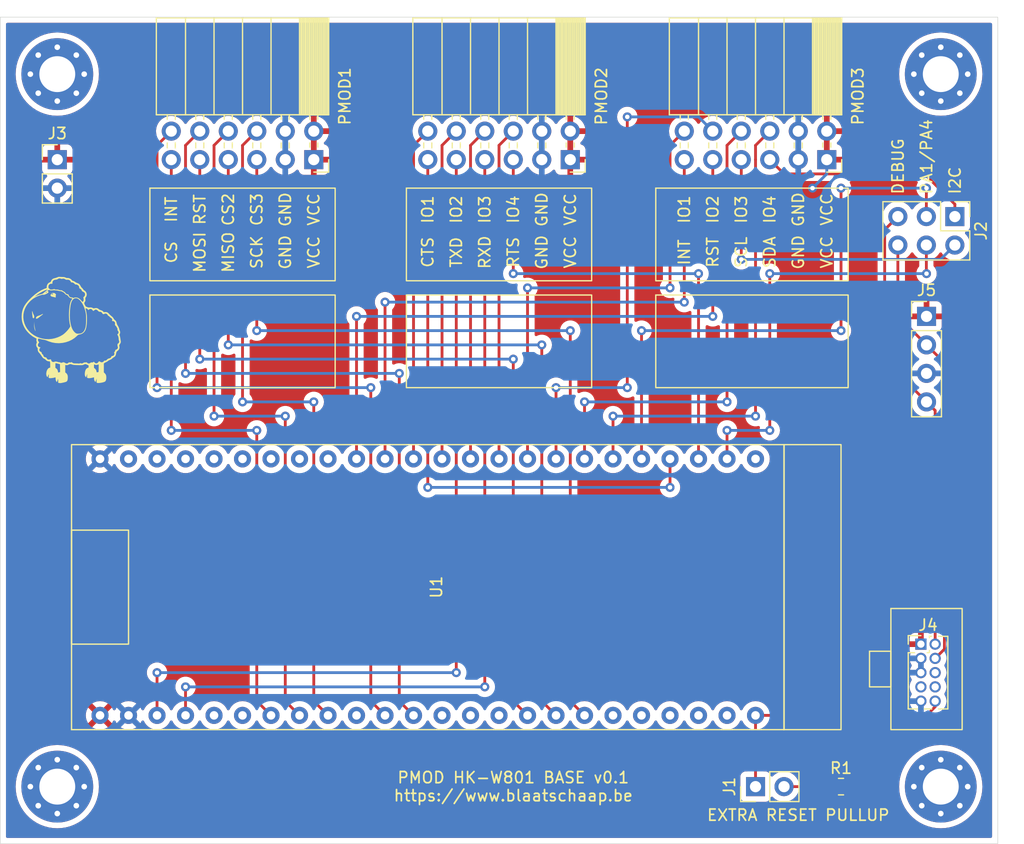
<source format=kicad_pcb>
(kicad_pcb (version 20211014) (generator pcbnew)
  (layers (0 "F.Cu" signal) (31 "B.Cu" signal) (34 "B.Paste" user "B.Plakken") (35 "F.Paste" user "F.Plakken") (36 "B.SilkS" user "B.Silkscreen") (37 "F.SilkS" user "F.Silkscreen") (38 "B.Mask" user) (39 "F.Mask" user "F. masker") (44 "Edge.Cuts" user))
  (net 0 "")
  (net 1 "GND")
  (net 2 "PMOD_UART_GPIO4")
  (net 3 "PMOD_UART_GPIO3")
  (net 4 "PMOD_UART_GPIO2_RESET")
  (net 5 "PMOD_UART_GPIO1_INT")
  (net 6 "PMOD_UART_RTS")
  (net 7 "PMOD_UART_RXD")
  (net 8 "PMOD_UART_TXD")
  (net 9 "PMOD_UART_CTS")
  (net 10 "VCC")
  (net 11 "PMOD_SPI_SCK")
  (net 12 "PMOD_SPI_MOSI")
  (net 13 "PMOD_SPI_MISO")
  (net 14 "PMOD_SPI_GPIO4_CS3")
  (net 15 "PMOD_SPI_GPIO3_CS2")
  (net 16 "PMOD_SPI_GPIO2_RESET")
  (net 17 "PMOD_SPI_GPIO1_INT")
  (net 18 "PMOD_SPI_CS")
  (net 19 "PMOD_I2C_SDA")
  (net 20 "PMOD_I2C_SCL")
  (net 21 "PMOD_I2C_RESET")
  (net 22 "PMOD_I2C_INT")
  (net 23 "PMOD_I2C_GPIO4")
  (net 24 "PMOD_I2C_GPIO3")
  (net 25 "PMOD_I2C_GPIO2")
  (net 26 "PMOD_I2C_GPIO1")
  (net 31 "PA4")
  (net 32 "PA1")
  (net 38 "Net-(J1-Pad2)")
  (net 52 "TMS")
  (net 53 "TCK")
  (net 54 "~{RST}")
  (footprint "Connector_PinSocket_2.54mm:PinSocket_2x06_P2.54mm_Horizontal" (layer "F.Cu") (at 96.52 30.48 -90)
    (fp_text reference "PMOD2" (at -5.65 -2.77 90) (layer "F.SilkS"))
    (fp_text value "Conn_02x06_Odd_Even")
    (pad "1" thru_hole rect (at 0 0 270) (size 1.7 1.7) (drill 1) (layers *.Cu *.Mask) (net 10 "VCC"))
    (pad "2" thru_hole oval (at -2.54 0 270) (size 1.7 1.7) (drill 1) (layers *.Cu *.Mask) (net 10 "VCC"))
    (pad "3" thru_hole oval (at 0 2.54 270) (size 1.7 1.7) (drill 1) (layers *.Cu *.Mask) (net 1 "GND"))
    (pad "4" thru_hole oval (at -2.54 2.54 270) (size 1.7 1.7) (drill 1) (layers *.Cu *.Mask) (net 1 "GND"))
    (pad "5" thru_hole oval (at 0 5.08 270) (size 1.7 1.7) (drill 1) (layers *.Cu *.Mask) (net 6 "PMOD_UART_RTS"))
    (pad "6" thru_hole oval (at -2.54 5.08 270) (size 1.7 1.7) (drill 1) (layers *.Cu *.Mask) (net 2 "PMOD_UART_GPIO4"))
    (pad "7" thru_hole oval (at 0 7.62 270) (size 1.7 1.7) (drill 1) (layers *.Cu *.Mask) (net 7 "PMOD_UART_RXD"))
    (pad "8" thru_hole oval (at -2.54 7.62 270) (size 1.7 1.7) (drill 1) (layers *.Cu *.Mask) (net 3 "PMOD_UART_GPIO3"))
    (pad "9" thru_hole oval (at 0 10.16 270) (size 1.7 1.7) (drill 1) (layers *.Cu *.Mask) (net 8 "PMOD_UART_TXD"))
    (pad "10" thru_hole oval (at -2.54 10.16 270) (size 1.7 1.7) (drill 1) (layers *.Cu *.Mask) (net 4 "PMOD_UART_GPIO2_RESET"))
    (pad "11" thru_hole oval (at 0 12.7 270) (size 1.7 1.7) (drill 1) (layers *.Cu *.Mask) (net 9 "PMOD_UART_CTS"))
    (pad "12" thru_hole oval (at -2.54 12.7 270) (size 1.7 1.7) (drill 1) (layers *.Cu *.Mask) (net 5 "PMOD_UART_GPIO1_INT"))
  )
  (footprint "Connector_PinSocket_2.54mm:PinSocket_2x06_P2.54mm_Horizontal" (layer "F.Cu") (at 119.38 30.48 -90)
    (fp_text reference "PMOD3" (at -5.65 -2.77 90) (layer "F.SilkS"))
    (fp_text value "Conn_02x06_Odd_Even")
    (pad "1" thru_hole rect (at 0 0 270) (size 1.7 1.7) (drill 1) (layers *.Cu *.Mask) (net 10 "VCC"))
    (pad "2" thru_hole oval (at -2.54 0 270) (size 1.7 1.7) (drill 1) (layers *.Cu *.Mask) (net 10 "VCC"))
    (pad "3" thru_hole oval (at 0 2.54 270) (size 1.7 1.7) (drill 1) (layers *.Cu *.Mask) (net 1 "GND"))
    (pad "4" thru_hole oval (at -2.54 2.54 270) (size 1.7 1.7) (drill 1) (layers *.Cu *.Mask) (net 1 "GND"))
    (pad "5" thru_hole oval (at 0 5.08 270) (size 1.7 1.7) (drill 1) (layers *.Cu *.Mask) (net 19 "PMOD_I2C_SDA"))
    (pad "6" thru_hole oval (at -2.54 5.08 270) (size 1.7 1.7) (drill 1) (layers *.Cu *.Mask) (net 23 "PMOD_I2C_GPIO4"))
    (pad "7" thru_hole oval (at 0 7.62 270) (size 1.7 1.7) (drill 1) (layers *.Cu *.Mask) (net 20 "PMOD_I2C_SCL"))
    (pad "8" thru_hole oval (at -2.54 7.62 270) (size 1.7 1.7) (drill 1) (layers *.Cu *.Mask) (net 24 "PMOD_I2C_GPIO3"))
    (pad "9" thru_hole oval (at 0 10.16 270) (size 1.7 1.7) (drill 1) (layers *.Cu *.Mask) (net 21 "PMOD_I2C_RESET"))
    (pad "10" thru_hole oval (at -2.54 10.16 270) (size 1.7 1.7) (drill 1) (layers *.Cu *.Mask) (net 25 "PMOD_I2C_GPIO2"))
    (pad "11" thru_hole oval (at 0 12.7 270) (size 1.7 1.7) (drill 1) (layers *.Cu *.Mask) (net 22 "PMOD_I2C_INT"))
    (pad "12" thru_hole oval (at -2.54 12.7 270) (size 1.7 1.7) (drill 1) (layers *.Cu *.Mask) (net 26 "PMOD_I2C_GPIO1"))
  )
  (footprint "Connector_PinSocket_2.54mm:PinSocket_2x06_P2.54mm_Horizontal" (layer "F.Cu") (at 73.66 30.48 -90)
    (fp_text reference "PMOD1" (at -5.65 -2.77 90) (layer "F.SilkS"))
    (fp_text value "Conn_02x06_Odd_Even")
    (pad "1" thru_hole rect (at 0 0 270) (size 1.7 1.7) (drill 1) (layers *.Cu *.Mask) (net 10 "VCC"))
    (pad "2" thru_hole oval (at -2.54 0 270) (size 1.7 1.7) (drill 1) (layers *.Cu *.Mask) (net 10 "VCC"))
    (pad "3" thru_hole oval (at 0 2.54 270) (size 1.7 1.7) (drill 1) (layers *.Cu *.Mask) (net 1 "GND"))
    (pad "4" thru_hole oval (at -2.54 2.54 270) (size 1.7 1.7) (drill 1) (layers *.Cu *.Mask) (net 1 "GND"))
    (pad "5" thru_hole oval (at 0 5.08 270) (size 1.7 1.7) (drill 1) (layers *.Cu *.Mask) (net 11 "PMOD_SPI_SCK"))
    (pad "6" thru_hole oval (at -2.54 5.08 270) (size 1.7 1.7) (drill 1) (layers *.Cu *.Mask) (net 14 "PMOD_SPI_GPIO4_CS3"))
    (pad "7" thru_hole oval (at 0 7.62 270) (size 1.7 1.7) (drill 1) (layers *.Cu *.Mask) (net 13 "PMOD_SPI_MISO"))
    (pad "8" thru_hole oval (at -2.54 7.62 270) (size 1.7 1.7) (drill 1) (layers *.Cu *.Mask) (net 15 "PMOD_SPI_GPIO3_CS2"))
    (pad "9" thru_hole oval (at 0 10.16 270) (size 1.7 1.7) (drill 1) (layers *.Cu *.Mask) (net 12 "PMOD_SPI_MOSI"))
    (pad "10" thru_hole oval (at -2.54 10.16 270) (size 1.7 1.7) (drill 1) (layers *.Cu *.Mask) (net 16 "PMOD_SPI_GPIO2_RESET"))
    (pad "11" thru_hole oval (at 0 12.7 270) (size 1.7 1.7) (drill 1) (layers *.Cu *.Mask) (net 18 "PMOD_SPI_CS"))
    (pad "12" thru_hole oval (at -2.54 12.7 270) (size 1.7 1.7) (drill 1) (layers *.Cu *.Mask) (net 17 "PMOD_SPI_GPIO1_INT"))
  )
  (footprint "MountingHole:MountingHole_3.2mm_M3_Pad_Via" (layer "F.Cu") (at 50.8 86.36)
    (fp_text reference "H3" hide)
    (fp_text value "~")
    (pad "1" thru_hole circle (at 1.697056 1.697056) (size 0.8 0.8) (drill 0.5) (layers *.Cu *.Mask))
    (pad "1" thru_hole circle (at -1.697056 -1.697056) (size 0.8 0.8) (drill 0.5) (layers *.Cu *.Mask))
    (pad "1" thru_hole circle (at 0 -2.4) (size 0.8 0.8) (drill 0.5) (layers *.Cu *.Mask))
    (pad "1" thru_hole circle (at -2.4 0) (size 0.8 0.8) (drill 0.5) (layers *.Cu *.Mask))
    (pad "1" thru_hole circle (at 1.697056 -1.697056) (size 0.8 0.8) (drill 0.5) (layers *.Cu *.Mask))
    (pad "1" thru_hole circle (at -1.697056 1.697056) (size 0.8 0.8) (drill 0.5) (layers *.Cu *.Mask))
    (pad "1" thru_hole circle (at 2.4 0) (size 0.8 0.8) (drill 0.5) (layers *.Cu *.Mask))
    (pad "1" thru_hole circle (at 0 0) (size 6.4 6.4) (drill 3.2) (layers *.Cu *.Mask))
    (pad "1" thru_hole circle (at 0 2.4) (size 0.8 0.8) (drill 0.5) (layers *.Cu *.Mask))
  )
  (footprint "MountingHole:MountingHole_3.2mm_M3_Pad_Via" (layer "F.Cu") (at 50.8 22.86)
    (fp_text reference "H1" hide)
    (fp_text value "~")
    (pad "1" thru_hole circle (at 0 -2.4) (size 0.8 0.8) (drill 0.5) (layers *.Cu *.Mask))
    (pad "1" thru_hole circle (at 1.697056 1.697056) (size 0.8 0.8) (drill 0.5) (layers *.Cu *.Mask))
    (pad "1" thru_hole circle (at 0 2.4) (size 0.8 0.8) (drill 0.5) (layers *.Cu *.Mask))
    (pad "1" thru_hole circle (at 2.4 0) (size 0.8 0.8) (drill 0.5) (layers *.Cu *.Mask))
    (pad "1" thru_hole circle (at -2.4 0) (size 0.8 0.8) (drill 0.5) (layers *.Cu *.Mask))
    (pad "1" thru_hole circle (at 1.697056 -1.697056) (size 0.8 0.8) (drill 0.5) (layers *.Cu *.Mask))
    (pad "1" thru_hole circle (at -1.697056 1.697056) (size 0.8 0.8) (drill 0.5) (layers *.Cu *.Mask))
    (pad "1" thru_hole circle (at 0 0) (size 6.4 6.4) (drill 3.2) (layers *.Cu *.Mask))
    (pad "1" thru_hole circle (at -1.697056 -1.697056) (size 0.8 0.8) (drill 0.5) (layers *.Cu *.Mask))
  )
  (footprint "Connector_PinHeader_2.54mm:PinHeader_2x03_P2.54mm_Vertical" (layer "F.Cu") (at 130.795 35.555 -90)
    (fp_text reference "J2" (at 1.27 -2.33 90) (layer "F.SilkS"))
    (fp_text value "Conn_02x03_Odd_Even")
    (pad "1" thru_hole rect (at 0 0 270) (size 1.7 1.7) (drill 1) (layers *.Cu *.Mask) (net 19 "PMOD_I2C_SDA"))
    (pad "2" thru_hole oval (at 2.54 0 270) (size 1.7 1.7) (drill 1) (layers *.Cu *.Mask) (net 20 "PMOD_I2C_SCL"))
    (pad "3" thru_hole oval (at 0 2.54 270) (size 1.7 1.7) (drill 1) (layers *.Cu *.Mask) (net 31 "PA4"))
    (pad "4" thru_hole oval (at 2.54 2.54 270) (size 1.7 1.7) (drill 1) (layers *.Cu *.Mask) (net 32 "PA1"))
    (pad "5" thru_hole oval (at 0 5.08 270) (size 1.7 1.7) (drill 1) (layers *.Cu *.Mask) (net 52 "TMS"))
    (pad "6" thru_hole oval (at 2.54 5.08 270) (size 1.7 1.7) (drill 1) (layers *.Cu *.Mask) (net 53 "TCK"))
  )
  (footprint "Resistor_SMD:R_0805_2012Metric_Pad1.20x1.40mm_HandSolder" (layer "F.Cu") (at 120.65 86.36)
    (fp_text reference "R1" (at 0 -1.65) (layer "F.SilkS"))
    (fp_text value "680R")
    (pad "1" smd roundrect (at -1 0) (size 1.2 1.4) (layers "F.Cu" "F.Paste" "F.Mask") (roundrect_rratio 0.2083333333) (net 38 "Net-(J1-Pad2)"))
    (pad "2" smd roundrect (at 1 0) (size 1.2 1.4) (layers "F.Cu" "F.Paste" "F.Mask") (roundrect_rratio 0.2083333333) (net 10 "VCC"))
  )
  (footprint "MountingHole:MountingHole_3.2mm_M3_Pad_Via" (layer "F.Cu") (at 129.54 86.36)
    (fp_text reference "H4" hide)
    (fp_text value "~")
    (pad "1" thru_hole circle (at 1.697056 -1.697056) (size 0.8 0.8) (drill 0.5) (layers *.Cu *.Mask))
    (pad "1" thru_hole circle (at -1.697056 1.697056) (size 0.8 0.8) (drill 0.5) (layers *.Cu *.Mask))
    (pad "1" thru_hole circle (at 0 0) (size 6.4 6.4) (drill 3.2) (layers *.Cu *.Mask))
    (pad "1" thru_hole circle (at -2.4 0) (size 0.8 0.8) (drill 0.5) (layers *.Cu *.Mask))
    (pad "1" thru_hole circle (at 0 2.4) (size 0.8 0.8) (drill 0.5) (layers *.Cu *.Mask))
    (pad "1" thru_hole circle (at 1.697056 1.697056) (size 0.8 0.8) (drill 0.5) (layers *.Cu *.Mask))
    (pad "1" thru_hole circle (at -1.697056 -1.697056) (size 0.8 0.8) (drill 0.5) (layers *.Cu *.Mask))
    (pad "1" thru_hole circle (at 2.4 0) (size 0.8 0.8) (drill 0.5) (layers *.Cu *.Mask))
    (pad "1" thru_hole circle (at 0 -2.4) (size 0.8 0.8) (drill 0.5) (layers *.Cu *.Mask))
  )
  (footprint "Connector_PinHeader_2.54mm:PinHeader_1x04_P2.54mm_Vertical" (layer "F.Cu") (at 128.27 44.45)
    (fp_text reference "J5" (at 0 -2.33) (layer "F.SilkS"))
    (fp_text value "Conn_01x04")
    (pad "1" thru_hole rect (at 0 0) (size 1.7 1.7) (drill 1) (layers *.Cu *.Mask) (net 10 "VCC"))
    (pad "2" thru_hole oval (at 0 2.54) (size 1.7 1.7) (drill 1) (layers *.Cu *.Mask) (net 53 "TCK"))
    (pad "3" thru_hole oval (at 0 5.08) (size 1.7 1.7) (drill 1) (layers *.Cu *.Mask) (net 1 "GND"))
    (pad "4" thru_hole oval (at 0 7.62) (size 1.7 1.7) (drill 1) (layers *.Cu *.Mask) (net 52 "TMS"))
  )
  (footprint "AvS_Logos:bs10" (layer "F.Cu") (at 52.07 45.72)
    (fp_text reference "G***" hide)
    (fp_text value "LOGO" hide)
  )
  (footprint "Connector_PinHeader_2.54mm:PinHeader_1x02_P2.54mm_Vertical" (layer "F.Cu") (at 113.03 86.36 90)
    (fp_text reference "J1" (at 0 -2.33 90) (layer "F.SilkS"))
    (fp_text value "Conn_02x01")
    (pad "1" thru_hole rect (at 0 0 90) (size 1.7 1.7) (drill 1) (layers *.Cu *.Mask) (net 54 "~{RST}"))
    (pad "2" thru_hole oval (at 0 2.54 90) (size 1.7 1.7) (drill 1) (layers *.Cu *.Mask) (net 38 "Net-(J1-Pad2)"))
  )
  (footprint "MountingHole:MountingHole_3.2mm_M3_Pad_Via" (layer "F.Cu") (at 129.54 22.86)
    (fp_text reference "H2" hide)
    (fp_text value "~")
    (pad "1" thru_hole circle (at 1.697056 -1.697056) (size 0.8 0.8) (drill 0.5) (layers *.Cu *.Mask))
    (pad "1" thru_hole circle (at 1.697056 1.697056) (size 0.8 0.8) (drill 0.5) (layers *.Cu *.Mask))
    (pad "1" thru_hole circle (at -1.697056 -1.697056) (size 0.8 0.8) (drill 0.5) (layers *.Cu *.Mask))
    (pad "1" thru_hole circle (at 0 0) (size 6.4 6.4) (drill 3.2) (layers *.Cu *.Mask))
    (pad "1" thru_hole circle (at 0 2.4) (size 0.8 0.8) (drill 0.5) (layers *.Cu *.Mask))
    (pad "1" thru_hole circle (at 2.4 0) (size 0.8 0.8) (drill 0.5) (layers *.Cu *.Mask))
    (pad "1" thru_hole circle (at 0 -2.4) (size 0.8 0.8) (drill 0.5) (layers *.Cu *.Mask))
    (pad "1" thru_hole circle (at -2.4 0) (size 0.8 0.8) (drill 0.5) (layers *.Cu *.Mask))
    (pad "1" thru_hole circle (at -1.697056 1.697056) (size 0.8 0.8) (drill 0.5) (layers *.Cu *.Mask))
  )
  (footprint "Connector_PinHeader_1.27mm:PinHeader_2x05_P1.27mm_Vertical" (layer "F.Cu") (at 127.77 73.66)
    (fp_text reference "J4" (at 0.635 -1.695) (layer "F.SilkS"))
    (fp_text value "Conn_02x05_Odd_Even")
    (pad "1" thru_hole rect (at 0 0) (size 1 1) (drill 0.65) (layers *.Cu *.Mask) (net 10 "VCC"))
    (pad "2" thru_hole oval (at 1.27 0) (size 1 1) (drill 0.65) (layers *.Cu *.Mask) (net 52 "TMS"))
    (pad "3" thru_hole oval (at 0 1.27) (size 1 1) (drill 0.65) (layers *.Cu *.Mask) (net 1 "GND"))
    (pad "4" thru_hole oval (at 1.27 1.27) (size 1 1) (drill 0.65) (layers *.Cu *.Mask) (net 53 "TCK"))
    (pad "5" thru_hole oval (at 0 2.54) (size 1 1) (drill 0.65) (layers *.Cu *.Mask) (net 1 "GND"))
    (pad "6" thru_hole oval (at 1.27 2.54) (size 1 1) (drill 0.65) (layers *.Cu *.Mask))
    (pad "7" thru_hole oval (at 0 3.81) (size 1 1) (drill 0.65) (layers *.Cu *.Mask))
    (pad "8" thru_hole oval (at 1.27 3.81) (size 1 1) (drill 0.65) (layers *.Cu *.Mask))
    (pad "9" thru_hole oval (at 0 5.08) (size 1 1) (drill 0.65) (layers *.Cu *.Mask) (net 1 "GND"))
    (pad "10" thru_hole oval (at 1.27 5.08) (size 1 1) (drill 0.65) (layers *.Cu *.Mask) (net 54 "~{RST}"))
  )
  (footprint "Connector_PinHeader_2.54mm:PinHeader_1x02_P2.54mm_Vertical" (layer "F.Cu") (at 50.8 30.48)
    (fp_text reference "J3" (at 0 -2.33) (layer "F.SilkS"))
    (fp_text value "~")
    (pad "1" thru_hole rect (at 0 0) (size 1.7 1.7) (drill 1) (layers *.Cu *.Mask) (net 10 "VCC"))
    (pad "2" thru_hole oval (at 0 2.54) (size 1.7 1.7) (drill 1) (layers *.Cu *.Mask) (net 1 "GND"))
  )
  (footprint "AvS_CoreBoards:HK-W80x" (layer "F.Cu") (at 85.09 68.58 90)
    (fp_text reference "U1" (at 0 -0.5 90 unlocked) (layer "F.SilkS"))
    (fp_text value "HK-W801")
    (pad "1" thru_hole circle (at -11.43 -30.48 90) (size 1.524 1.524) (drill 0.762) (layers *.Cu *.Mask) (net 10 "VCC"))
    (pad "2" thru_hole circle (at -11.43 -27.94 90) (size 1.524 1.524) (drill 0.762) (layers *.Cu *.Mask) (net 1 "GND"))
    (pad "3" thru_hole circle (at -11.43 -25.4 90) (size 1.524 1.524) (drill 0.762) (layers *.Cu *.Mask) (net 8 "PMOD_UART_TXD"))
    (pad "4" thru_hole circle (at -11.43 -22.86 90) (size 1.524 1.524) (drill 0.762) (layers *.Cu *.Mask) (net 7 "PMOD_UART_RXD"))
    (pad "5" thru_hole circle (at -11.43 -20.32 90) (size 1.524 1.524) (drill 0.762) (layers *.Cu *.Mask))
    (pad "6" thru_hole circle (at -11.43 -17.78 90) (size 1.524 1.524) (drill 0.762) (layers *.Cu *.Mask))
    (pad "7" thru_hole circle (at -11.43 -15.24 90) (size 1.524 1.524) (drill 0.762) (layers *.Cu *.Mask) (net 18 "PMOD_SPI_CS"))
    (pad "8" thru_hole circle (at -11.43 -12.7 90) (size 1.524 1.524) (drill 0.762) (layers *.Cu *.Mask) (net 15 "PMOD_SPI_GPIO3_CS2"))
    (pad "9" thru_hole circle (at -11.43 -10.16 90) (size 1.524 1.524) (drill 0.762) (layers *.Cu *.Mask) (net 14 "PMOD_SPI_GPIO4_CS3"))
    (pad "10" thru_hole circle (at -11.43 -7.62 90) (size 1.524 1.524) (drill 0.762) (layers *.Cu *.Mask))
    (pad "11" thru_hole circle (at -11.43 -5.08 90) (size 1.524 1.524) (drill 0.762) (layers *.Cu *.Mask) (net 17 "PMOD_SPI_GPIO1_INT"))
    (pad "12" thru_hole circle (at -11.43 -2.54 90) (size 1.524 1.524) (drill 0.762) (layers *.Cu *.Mask) (net 16 "PMOD_SPI_GPIO2_RESET"))
    (pad "13" thru_hole circle (at -11.43 0 90) (size 1.524 1.524) (drill 0.762) (layers *.Cu *.Mask))
    (pad "14" thru_hole circle (at -11.43 2.54 90) (size 1.524 1.524) (drill 0.762) (layers *.Cu *.Mask))
    (pad "15" thru_hole circle (at -11.43 5.08 90) (size 1.524 1.524) (drill 0.762) (layers *.Cu *.Mask))
    (pad "16" thru_hole circle (at -11.43 7.62 90) (size 1.524 1.524) (drill 0.762) (layers *.Cu *.Mask) (net 12 "PMOD_SPI_MOSI"))
    (pad "17" thru_hole circle (at -11.43 10.16 90) (size 1.524 1.524) (drill 0.762) (layers *.Cu *.Mask) (net 13 "PMOD_SPI_MISO"))
    (pad "18" thru_hole circle (at -11.43 12.7 90) (size 1.524 1.524) (drill 0.762) (layers *.Cu *.Mask) (net 11 "PMOD_SPI_SCK"))
    (pad "19" thru_hole circle (at -11.43 15.24 90) (size 1.524 1.524) (drill 0.762) (layers *.Cu *.Mask))
    (pad "20" thru_hole circle (at -11.43 17.78 90) (size 1.524 1.524) (drill 0.762) (layers *.Cu *.Mask))
    (pad "21" thru_hole circle (at -11.43 20.32 90) (size 1.524 1.524) (drill 0.762) (layers *.Cu *.Mask))
    (pad "22" thru_hole circle (at -11.43 22.86 90) (size 1.524 1.524) (drill 0.762) (layers *.Cu *.Mask))
    (pad "23" thru_hole circle (at -11.43 25.4 90) (size 1.524 1.524) (drill 0.762) (layers *.Cu *.Mask))
    (pad "24" thru_hole circle (at -11.43 27.94 90) (size 1.524 1.524) (drill 0.762) (layers *.Cu *.Mask) (net 54 "~{RST}"))
    (pad "25" thru_hole circle (at 11.43 27.94 90) (size 1.524 1.524) (drill 0.762) (layers *.Cu *.Mask))
    (pad "26" thru_hole circle (at 11.43 25.4 90) (size 1.524 1.524) (drill 0.762) (layers *.Cu *.Mask) (net 32 "PA1"))
    (pad "27" thru_hole circle (at 11.43 22.86 90) (size 1.524 1.524) (drill 0.762) (layers *.Cu *.Mask) (net 6 "PMOD_UART_RTS"))
    (pad "28" thru_hole circle (at 11.43 20.32 90) (size 1.524 1.524) (drill 0.762) (layers *.Cu *.Mask) (net 9 "PMOD_UART_CTS"))
    (pad "29" thru_hole circle (at 11.43 17.78 90) (size 1.524 1.524) (drill 0.762) (layers *.Cu *.Mask) (net 31 "PA4"))
    (pad "30" thru_hole circle (at 11.43 15.24 90) (size 1.524 1.524) (drill 0.762) (layers *.Cu *.Mask) (net 23 "PMOD_I2C_GPIO4"))
    (pad "31" thru_hole circle (at 11.43 12.7 90) (size 1.524 1.524) (drill 0.762) (layers *.Cu *.Mask) (net 24 "PMOD_I2C_GPIO3"))
    (pad "32" thru_hole circle (at 11.43 10.16 90) (size 1.524 1.524) (drill 0.762) (layers *.Cu *.Mask) (net 25 "PMOD_I2C_GPIO2"))
    (pad "33" thru_hole circle (at 11.43 7.62 90) (size 1.524 1.524) (drill 0.762) (layers *.Cu *.Mask) (net 26 "PMOD_I2C_GPIO1"))
    (pad "34" thru_hole circle (at 11.43 5.08 90) (size 1.524 1.524) (drill 0.762) (layers *.Cu *.Mask) (net 2 "PMOD_UART_GPIO4"))
    (pad "35" thru_hole circle (at 11.43 2.54 90) (size 1.524 1.524) (drill 0.762) (layers *.Cu *.Mask) (net 3 "PMOD_UART_GPIO3"))
    (pad "36" thru_hole circle (at 11.43 0 90) (size 1.524 1.524) (drill 0.762) (layers *.Cu *.Mask) (net 4 "PMOD_UART_GPIO2_RESET"))
    (pad "37" thru_hole circle (at 11.43 -2.54 90) (size 1.524 1.524) (drill 0.762) (layers *.Cu *.Mask) (net 5 "PMOD_UART_GPIO1_INT"))
    (pad "38" thru_hole circle (at 11.43 -5.08 90) (size 1.524 1.524) (drill 0.762) (layers *.Cu *.Mask) (net 22 "PMOD_I2C_INT"))
    (pad "39" thru_hole circle (at 11.43 -7.62 90) (size 1.524 1.524) (drill 0.762) (layers *.Cu *.Mask) (net 21 "PMOD_I2C_RESET"))
    (pad "40" thru_hole circle (at 11.43 -10.16 90) (size 1.524 1.524) (drill 0.762) (layers *.Cu *.Mask))
    (pad "41" thru_hole circle (at 11.43 -12.7 90) (size 1.524 1.524) (drill 0.762) (layers *.Cu *.Mask))
    (pad "42" thru_hole circle (at 11.43 -15.24 90) (size 1.524 1.524) (drill 0.762) (layers *.Cu *.Mask))
    (pad "43" thru_hole circle (at 11.43 -17.78 90) (size 1.524 1.524) (drill 0.762) (layers *.Cu *.Mask))
    (pad "44" thru_hole circle (at 11.43 -20.32 90) (size 1.524 1.524) (drill 0.762) (layers *.Cu *.Mask))
    (pad "45" thru_hole circle (at 11.43 -22.86 90) (size 1.524 1.524) (drill 0.762) (layers *.Cu *.Mask))
    (pad "46" thru_hole circle (at 11.43 -25.4 90) (size 1.524 1.524) (drill 0.762) (layers *.Cu *.Mask))
    (pad "47" thru_hole circle (at 11.43 -27.94 90) (size 1.524 1.524) (drill 0.762) (layers *.Cu *.Mask))
    (pad "48" thru_hole circle (at 11.43 -30.48 90) (size 1.524 1.524) (drill 0.762) (layers *.Cu *.Mask) (net 1 "GND"))
  )
  (gr_rect (start 81.915 33.02) (end 98.425 41.275) (layer "F.SilkS") (width 0.12) (fill none))
  (gr_rect (start 123.19 74.295) (end 125.095 77.47) (layer "F.SilkS") (width 0.12) (fill none))
  (gr_rect (start 59.055 33.02) (end 75.565 41.275) (layer "F.SilkS") (width 0.12) (fill none))
  (gr_rect (start 104.14 42.545) (end 121.285 50.8) (layer "F.SilkS") (width 0.12) (fill none))
  (gr_rect (start 81.915 42.545) (end 98.425 50.8) (layer "F.SilkS") (width 0.12) (fill none))
  (gr_rect (start 104.14 33.02) (end 121.285 41.275) (layer "F.SilkS") (width 0.12) (fill none))
  (gr_rect (start 59.055 42.545) (end 75.565 50.8) (layer "F.SilkS") (width 0.12) (fill none))
  (gr_rect (start 125.095 70.485) (end 131.445 81.28) (layer "F.SilkS") (width 0.12) (fill none))
  (gr_rect (start 45.72 17.78) (end 134.62 91.44) (layer "Edge.Cuts") (width 0.05) (fill none))
  (gr_text "EXTRA RESET PULLUP" (at 116.84 88.9) (layer "F.SilkS") (effects (font (size 1 1))))
  (gr_text "INT" (at 106.68 38.735 90) (layer "F.SilkS") (effects (font (size 1 1))))
  (gr_text "INT" (at 60.96 34.925 90) (layer "F.SilkS") (effects (font (size 1 1))))
  (gr_text "GND" (at 71.12 34.925 90) (layer "F.SilkS") (effects (font (size 1 1))))
  (gr_text "GND" (at 93.98 38.735 90) (layer "F.SilkS") (effects (font (size 1 1))))
  (gr_text "TXD" (at 86.36 38.735 90) (layer "F.SilkS") (effects (font (size 1 1))))
  (gr_text "RTS" (at 91.44 38.735 90) (layer "F.SilkS") (effects (font (size 1 1))))
  (gr_text "VCC" (at 119.38 38.735 90) (layer "F.SilkS") (effects (font (size 1 1))))
  (gr_text "IO1" (at 106.68 34.925 90) (layer "F.SilkS") (effects (font (size 1 1))))
  (gr_text "PMOD HK-W801 BASE v0.1\nhttps://www.blaatschaap.be" (at 91.44 86.36) (layer "F.SilkS") (effects (font (size 1 1))))
  (gr_text "CTS" (at 83.82 38.735 90) (layer "F.SilkS") (effects (font (size 1 1))))
  (gr_text "IO1" (at 83.82 34.925 90) (layer "F.SilkS") (effects (font (size 1 1))))
  (gr_text "I2C" (at 130.81 33.655 90) (layer "F.SilkS") (effects (font (size 1 1)) (justify left)))
  (gr_text "CS" (at 60.96 38.735 90) (layer "F.SilkS") (effects (font (size 1 1))))
  (gr_text "MISO" (at 66.04 38.735 90) (layer "F.SilkS") (effects (font (size 1 1))))
  (gr_text "SCK" (at 68.58 38.735 90) (layer "F.SilkS") (effects (font (size 1 1))))
  (gr_text "GND" (at 71.12 38.735 90) (layer "F.SilkS") (effects (font (size 1 1))))
  (gr_text "GND" (at 116.84 38.735 90) (layer "F.SilkS") (effects (font (size 1 1))))
  (gr_text "VCC" (at 73.66 38.735 90) (layer "F.SilkS") (effects (font (size 1 1))))
  (gr_text "GND" (at 116.84 34.925 90) (layer "F.SilkS") (effects (font (size 1 1))))
  (gr_text "MOSI" (at 63.5 38.735 90) (layer "F.SilkS") (effects (font (size 1 1))))
  (gr_text "IO4" (at 91.44 34.925 90) (layer "F.SilkS") (effects (font (size 1 1))))
  (gr_text "IO3" (at 88.9 34.925 90) (layer "F.SilkS") (effects (font (size 1 1))))
  (gr_text "DEBUG" (at 125.73 33.655 90) (layer "F.SilkS") (effects (font (size 1 1)) (justify left)))
  (gr_text "VCC" (at 96.52 34.925 90) (layer "F.SilkS") (effects (font (size 1 1))))
  (gr_text "IO4" (at 114.3 34.925 90) (layer "F.SilkS") (effects (font (size 1 1))))
  (gr_text "SDA" (at 114.3 38.735 90) (layer "F.SilkS") (effects (font (size 1 1))))
  (gr_text "CS3" (at 68.58 34.925 90) (layer "F.SilkS") (effects (font (size 1 1))))
  (gr_text "RXD" (at 88.9 38.735 90) (layer "F.SilkS") (effects (font (size 1 1))))
  (gr_text "IO2" (at 86.36 34.925 90) (layer "F.SilkS") (effects (font (size 1 1))))
  (gr_text "IO3" (at 111.76 34.925 90) (layer "F.SilkS") (effects (font (size 1 1))))
  (gr_text "RST" (at 109.22 38.735 90) (layer "F.SilkS") (effects (font (size 1 1))))
  (gr_text "VCC" (at 119.38 34.925 90) (layer "F.SilkS") (effects (font (size 1 1))))
  (gr_text "PA1/PA4" (at 128.27 33.655 90) (layer "F.SilkS") (effects (font (size 1 1)) (justify left)))
  (gr_text "CS2" (at 66.04 34.925 90) (layer "F.SilkS") (effects (font (size 1 1))))
  (gr_text "SCL" (at 111.76 38.735 90) (layer "F.SilkS") (effects (font (size 1 1))))
  (gr_text "IO2" (at 109.22 34.925 90) (layer "F.SilkS") (effects (font (size 1 1))))
  (gr_text "RST" (at 63.5 34.925 90) (layer "F.SilkS") (effects (font (size 1 1))))
  (gr_text "VCC" (at 96.52 38.735 90) (layer "F.SilkS") (effects (font (size 1 1))))
  (gr_text "VCC" (at 73.66 34.925 90) (layer "F.SilkS") (effects (font (size 1 1))))
  (gr_text "GND" (at 93.98 34.925 90) (layer "F.SilkS") (effects (font (size 1 1))))
  (segment (start 90.17 57.15) (end 90.17 29.21) (width 0.25) (layer "F.Cu") (net 2))
  (segment (start 90.17 29.21) (end 91.44 27.94) (width 0.25) (layer "F.Cu") (net 2))
  (segment (start 87.63 29.21) (end 88.9 27.94) (width 0.25) (layer "F.Cu") (net 3))
  (segment (start 87.63 57.15) (end 87.63 29.21) (width 0.25) (layer "F.Cu") (net 3))
  (segment (start 85.09 29.21) (end 86.36 27.94) (width 0.25) (layer "F.Cu") (net 4))
  (segment (start 85.09 57.15) (end 85.09 29.21) (width 0.25) (layer "F.Cu") (net 4))
  (segment (start 82.55 29.21) (end 83.82 27.94) (width 0.25) (layer "F.Cu") (net 5))
  (segment (start 82.55 57.15) (end 82.55 29.21) (width 0.25) (layer "F.Cu") (net 5))
  (segment (start 91.44 30.48) (end 91.44 40.64) (width 0.25) (layer "F.Cu") (net 6))
  (segment (start 107.95 40.64) (end 107.95 57.15) (width 0.25) (layer "F.Cu") (net 6))
  (via (at 107.95 40.64) (size 0.8) (drill 0.4) (layers "F.Cu" "B.Cu") (net 6))
  (via (at 91.44 40.64) (size 0.8) (drill 0.4) (layers "F.Cu" "B.Cu") (net 6))
  (segment (start 91.44 40.64) (end 107.95 40.64) (width 0.25) (layer "B.Cu") (net 6))
  (segment (start 62.23 77.47) (end 62.23 80.01) (width 0.25) (layer "F.Cu") (net 7))
  (segment (start 88.9 30.48) (end 88.9 77.47) (width 0.25) (layer "F.Cu") (net 7))
  (via (at 88.9 77.47) (size 0.8) (drill 0.4) (layers "F.Cu" "B.Cu") (net 7))
  (via (at 62.23 77.47) (size 0.8) (drill 0.4) (layers "F.Cu" "B.Cu") (net 7))
  (segment (start 88.9 77.47) (end 62.23 77.47) (width 0.25) (layer "B.Cu") (net 7))
  (segment (start 59.69 80.01) (end 59.69 76.2) (width 0.25) (layer "F.Cu") (net 8))
  (segment (start 86.36 76.2) (end 86.36 30.48) (width 0.25) (layer "F.Cu") (net 8))
  (via (at 59.69 76.2) (size 0.8) (drill 0.4) (layers "F.Cu" "B.Cu") (net 8))
  (via (at 86.36 76.2) (size 0.8) (drill 0.4) (layers "F.Cu" "B.Cu") (net 8))
  (segment (start 59.69 76.2) (end 86.36 76.2) (width 0.25) (layer "B.Cu") (net 8))
  (segment (start 83.82 30.48) (end 83.82 59.69) (width 0.25) (layer "F.Cu") (net 9))
  (segment (start 105.41 59.69) (end 105.41 57.15) (width 0.25) (layer "F.Cu") (net 9))
  (via (at 83.82 59.69) (size 0.8) (drill 0.4) (layers "F.Cu" "B.Cu") (net 9))
  (via (at 105.41 59.69) (size 0.8) (drill 0.4) (layers "F.Cu" "B.Cu") (net 9))
  (segment (start 83.82 59.69) (end 105.41 59.69) (width 0.25) (layer "B.Cu") (net 9))
  (via (at 118.11 33.02) (size 0.8) (drill 0.4) (layers "F.Cu" "B.Cu") (net 10))
  (segment (start 119.38 30.48) (end 119.38 31.75) (width 0.25) (layer "B.Cu") (net 10))
  (segment (start 119.38 31.75) (end 118.11 33.02) (width 0.25) (layer "B.Cu") (net 10))
  (segment (start 68.58 45.72) (end 68.58 30.48) (width 0.25) (layer "F.Cu") (net 11))
  (segment (start 97.79 80.01) (end 96.52 78.74) (width 0.25) (layer "F.Cu") (net 11))
  (segment (start 96.52 78.74) (end 96.52 45.72) (width 0.25) (layer "F.Cu") (net 11))
  (via (at 96.52 45.72) (size 0.8) (drill 0.4) (layers "F.Cu" "B.Cu") (net 11))
  (via (at 68.58 45.72) (size 0.8) (drill 0.4) (layers "F.Cu" "B.Cu") (net 11))
  (segment (start 96.52 45.72) (end 68.58 45.72) (width 0.25) (layer "B.Cu") (net 11))
  (segment (start 91.44 78.74) (end 91.44 48.26) (width 0.25) (layer "F.Cu") (net 12))
  (segment (start 63.5 48.26) (end 63.5 30.48) (width 0.25) (layer "F.Cu") (net 12))
  (segment (start 92.71 80.01) (end 91.44 78.74) (width 0.25) (layer "F.Cu") (net 12))
  (via (at 63.5 48.26) (size 0.8) (drill 0.4) (layers "F.Cu" "B.Cu") (net 12))
  (via (at 91.44 48.26) (size 0.8) (drill 0.4) (layers "F.Cu" "B.Cu") (net 12))
  (segment (start 91.44 48.26) (end 63.5 48.26) (width 0.25) (layer "B.Cu") (net 12))
  (segment (start 93.98 78.74) (end 93.98 46.99) (width 0.25) (layer "F.Cu") (net 13))
  (segment (start 66.04 46.99) (end 66.04 30.48) (width 0.25) (layer "F.Cu") (net 13))
  (segment (start 95.25 80.01) (end 93.98 78.74) (width 0.25) (layer "F.Cu") (net 13))
  (via (at 66.04 46.99) (size 0.8) (drill 0.4) (layers "F.Cu" "B.Cu") (net 13))
  (via (at 93.98 46.99) (size 0.8) (drill 0.4) (layers "F.Cu" "B.Cu") (net 13))
  (segment (start 93.98 46.99) (end 66.04 46.99) (width 0.25) (layer "B.Cu") (net 13))
  (segment (start 74.93 80.01) (end 73.66 78.74) (width 0.25) (layer "F.Cu") (net 14))
  (segment (start 67.31 52.07) (end 67.31 29.21) (width 0.25) (layer "F.Cu") (net 14))
  (segment (start 67.31 29.21) (end 68.58 27.94) (width 0.25) (layer "F.Cu") (net 14))
  (segment (start 73.66 78.74) (end 73.66 52.07) (width 0.25) (layer "F.Cu") (net 14))
  (via (at 73.66 52.07) (size 0.8) (drill 0.4) (layers "F.Cu" "B.Cu") (net 14))
  (via (at 67.31 52.07) (size 0.8) (drill 0.4) (layers "F.Cu" "B.Cu") (net 14))
  (segment (start 73.66 52.07) (end 67.31 52.07) (width 0.25) (layer "B.Cu") (net 14))
  (segment (start 64.77 29.21) (end 66.04 27.94) (width 0.25) (layer "F.Cu") (net 15))
  (segment (start 72.39 80.01) (end 71.12 78.74) (width 0.25) (layer "F.Cu") (net 15))
  (segment (start 64.77 53.34) (end 64.77 29.21) (width 0.25) (layer "F.Cu") (net 15))
  (segment (start 71.12 78.74) (end 71.12 53.34) (width 0.25) (layer "F.Cu") (net 15))
  (via (at 64.77 53.34) (size 0.8) (drill 0.4) (layers "F.Cu" "B.Cu") (net 15))
  (via (at 71.12 53.34) (size 0.8) (drill 0.4) (layers "F.Cu" "B.Cu") (net 15))
  (segment (start 71.12 53.34) (end 64.77 53.34) (width 0.25) (layer "B.Cu") (net 15))
  (segment (start 81.28 78.74) (end 81.28 49.53) (width 0.25) (layer "F.Cu") (net 16))
  (segment (start 82.55 80.01) (end 81.28 78.74) (width 0.25) (layer "F.Cu") (net 16))
  (segment (start 62.23 29.21) (end 63.5 27.94) (width 0.25) (layer "F.Cu") (net 16))
  (segment (start 62.23 49.53) (end 62.23 29.21) (width 0.25) (layer "F.Cu") (net 16))
  (via (at 62.23 49.53) (size 0.8) (drill 0.4) (layers "F.Cu" "B.Cu") (net 16))
  (via (at 81.28 49.53) (size 0.8) (drill 0.4) (layers "F.Cu" "B.Cu") (net 16))
  (segment (start 81.28 49.53) (end 62.23 49.53) (width 0.25) (layer "B.Cu") (net 16))
  (segment (start 59.69 50.8) (end 59.69 29.21) (width 0.25) (layer "F.Cu") (net 17))
  (segment (start 80.01 80.01) (end 78.74 78.74) (width 0.25) (layer "F.Cu") (net 17))
  (segment (start 59.69 29.21) (end 60.96 27.94) (width 0.25) (layer "F.Cu") (net 17))
  (segment (start 78.74 78.74) (end 78.74 50.8) (width 0.25) (layer "F.Cu") (net 17))
  (via (at 59.69 50.8) (size 0.8) (drill 0.4) (layers "F.Cu" "B.Cu") (net 17))
  (via (at 78.74 50.8) (size 0.8) (drill 0.4) (layers "F.Cu" "B.Cu") (net 17))
  (segment (start 78.74 50.8) (end 59.69 50.8) (width 0.25) (layer "B.Cu") (net 17))
  (segment (start 69.85 80.01) (end 68.58 78.74) (width 0.25) (layer "F.Cu") (net 18))
  (segment (start 60.96 54.61) (end 60.96 30.48) (width 0.25) (layer "F.Cu") (net 18))
  (segment (start 68.58 78.74) (end 68.58 54.61) (width 0.25) (layer "F.Cu") (net 18))
  (via (at 60.96 54.61) (size 0.8) (drill 0.4) (layers "F.Cu" "B.Cu") (net 18))
  (via (at 68.58 54.61) (size 0.8) (drill 0.4) (layers "F.Cu" "B.Cu") (net 18))
  (segment (start 68.58 54.61) (end 60.96 54.61) (width 0.25) (layer "B.Cu") (net 18))
  (segment (start 130.795 35.555) (end 130.795 34.455) (width 0.25) (layer "F.Cu") (net 19))
  (segment (start 130.795 34.455) (end 128.09 31.75) (width 0.25) (layer "F.Cu") (net 19))
  (segment (start 115.57 31.75) (end 114.3 30.48) (width 0.25) (layer "F.Cu") (net 19))
  (segment (start 128.09 31.75) (end 115.57 31.75) (width 0.25) (layer "F.Cu") (net 19))
  (segment (start 111.76 30.48) (end 111.76 39.37) (width 0.25) (layer "F.Cu") (net 20))
  (via (at 111.76 39.37) (size 0.8) (drill 0.4) (layers "F.Cu" "B.Cu") (net 20))
  (segment (start 111.76 39.37) (end 129.52 39.37) (width 0.25) (layer "B.Cu") (net 20))
  (segment (start 129.52 39.37) (end 130.795 38.095) (width 0.25) (layer "B.Cu") (net 20))
  (segment (start 109.22 44.45) (end 109.22 30.48) (width 0.25) (layer "F.Cu") (net 21))
  (segment (start 77.47 57.15) (end 77.47 44.45) (width 0.25) (layer "F.Cu") (net 21))
  (via (at 109.22 44.45) (size 0.8) (drill 0.4) (layers "F.Cu" "B.Cu") (net 21))
  (via (at 77.47 44.45) (size 0.8) (drill 0.4) (layers "F.Cu" "B.Cu") (net 21))
  (segment (start 77.47 44.45) (end 109.22 44.45) (width 0.25) (layer "B.Cu") (net 21))
  (segment (start 106.68 43.18) (end 106.68 30.48) (width 0.25) (layer "F.Cu") (net 22))
  (segment (start 80.01 57.15) (end 80.01 43.18) (width 0.25) (layer "F.Cu") (net 22))
  (via (at 80.01 43.18) (size 0.8) (drill 0.4) (layers "F.Cu" "B.Cu") (net 22))
  (via (at 106.68 43.18) (size 0.8) (drill 0.4) (layers "F.Cu" "B.Cu") (net 22))
  (segment (start 80.01 43.18) (end 106.68 43.18) (width 0.25) (layer "B.Cu") (net 22))
  (segment (start 113.03 29.21) (end 113.03 30.48) (width 0.25) (layer "F.Cu") (net 23))
  (segment (start 114.3 27.94) (end 113.03 29.21) (width 0.25) (layer "F.Cu") (net 23))
  (segment (start 100.33 53.34) (end 100.33 57.15) (width 0.25) (layer "F.Cu") (net 23))
  (segment (start 113.03 30.48) (end 113.03 53.34) (width 0.25) (layer "F.Cu") (net 23))
  (via (at 113.03 53.34) (size 0.8) (drill 0.4) (layers "F.Cu" "B.Cu") (net 23))
  (via (at 100.33 53.34) (size 0.8) (drill 0.4) (layers "F.Cu" "B.Cu") (net 23))
  (segment (start 113.03 53.34) (end 100.33 53.34) (width 0.25) (layer "B.Cu") (net 23))
  (segment (start 111.76 27.94) (end 110.49 29.21) (width 0.25) (layer "F.Cu") (net 24))
  (segment (start 97.79 57.15) (end 97.79 52.07) (width 0.25) (layer "F.Cu") (net 24))
  (segment (start 110.49 29.21) (end 110.49 52.07) (width 0.25) (layer "F.Cu") (net 24))
  (via (at 97.79 52.07) (size 0.8) (drill 0.4) (layers "F.Cu" "B.Cu") (net 24))
  (via (at 110.49 52.07) (size 0.8) (drill 0.4) (layers "F.Cu" "B.Cu") (net 24))
  (segment (start 110.49 52.07) (end 97.79 52.07) (width 0.25) (layer "B.Cu") (net 24))
  (segment (start 95.25 57.15) (end 95.25 50.8) (width 0.25) (layer "F.Cu") (net 25))
  (segment (start 101.6 50.8) (end 101.6 26.67) (width 0.25) (layer "F.Cu") (net 25))
  (via (at 101.6 26.67) (size 0.8) (drill 0.4) (layers "F.Cu" "B.Cu") (net 25))
  (via (at 95.25 50.8) (size 0.8) (drill 0.4) (layers "F.Cu" "B.Cu") (net 25))
  (via (at 101.6 50.8) (size 0.8) (drill 0.4) (layers "F.Cu" "B.Cu") (net 25))
  (segment (start 107.95 26.67) (end 109.22 27.94) (width 0.25) (layer "B.Cu") (net 25))
  (segment (start 101.6 26.67) (end 107.95 26.67) (width 0.25) (layer "B.Cu") (net 25))
  (segment (start 95.25 50.8) (end 101.6 50.8) (width 0.25) (layer "B.Cu") (net 25))
  (segment (start 92.71 57.15) (end 92.71 41.91) (width 0.25) (layer "F.Cu") (net 26))
  (segment (start 105.41 41.91) (end 105.41 29.21) (width 0.25) (layer "F.Cu") (net 26))
  (segment (start 105.41 29.21) (end 106.68 27.94) (width 0.25) (layer "F.Cu") (net 26))
  (via (at 92.71 41.91) (size 0.8) (drill 0.4) (layers "F.Cu" "B.Cu") (net 26))
  (via (at 105.41 41.91) (size 0.8) (drill 0.4) (layers "F.Cu" "B.Cu") (net 26))
  (segment (start 92.71 41.91) (end 105.41 41.91) (width 0.25) (layer "B.Cu") (net 26))
  (segment (start 120.65 45.72) (end 120.65 33.02) (width 0.25) (layer "F.Cu") (net 31))
  (segment (start 128.255 33.035) (end 128.255 35.555) (width 0.25) (layer "F.Cu") (net 31))
  (segment (start 102.87 57.15) (end 102.87 45.72) (width 0.25) (layer "F.Cu") (net 31))
  (segment (start 128.27 33.02) (end 128.255 33.035) (width 0.25) (layer "F.Cu") (net 31))
  (via (at 128.27 33.02) (size 0.8) (drill 0.4) (layers "F.Cu" "B.Cu") (net 31))
  (via (at 120.65 33.02) (size 0.8) (drill 0.4) (layers "F.Cu" "B.Cu") (net 31))
  (via (at 120.65 45.72) (size 0.8) (drill 0.4) (layers "F.Cu" "B.Cu") (net 31))
  (via (at 102.87 45.72) (size 0.8) (drill 0.4) (layers "F.Cu" "B.Cu") (net 31))
  (segment (start 102.87 45.72) (end 120.65 45.72) (width 0.25) (layer "B.Cu") (net 31))
  (segment (start 120.65 33.02) (end 128.27 33.02) (width 0.25) (layer "B.Cu") (net 31))
  (segment (start 128.255 40.625) (end 128.27 40.64) (width 0.25) (layer "F.Cu") (net 32))
  (segment (start 114.3 40.64) (end 114.3 54.61) (width 0.25) (layer "F.Cu") (net 32))
  (segment (start 128.255 38.095) (end 128.255 40.625) (width 0.25) (layer "F.Cu") (net 32))
  (segment (start 110.49 54.61) (end 110.49 57.15) (width 0.25) (layer "F.Cu") (net 32))
  (via (at 114.3 40.64) (size 0.8) (drill 0.4) (layers "F.Cu" "B.Cu") (net 32))
  (via (at 128.27 40.64) (size 0.8) (drill 0.4) (layers "F.Cu" "B.Cu") (net 32))
  (via (at 110.49 54.61) (size 0.8) (drill 0.4) (layers "F.Cu" "B.Cu") (net 32))
  (via (at 114.3 54.61) (size 0.8) (drill 0.4) (layers "F.Cu" "B.Cu") (net 32))
  (segment (start 128.27 40.64) (end 114.3 40.64) (width 0.25) (layer "B.Cu") (net 32))
  (segment (start 114.3 54.61) (end 110.49 54.61) (width 0.25) (layer "B.Cu") (net 32))
  (segment (start 115.57 86.36) (end 119.65 86.36) (width 0.25) (layer "F.Cu") (net 38))
  (segment (start 129.04 73.66) (end 129.04 52.84) (width 0.25) (layer "F.Cu") (net 52))
  (segment (start 124.54 48.34) (end 128.27 52.07) (width 0.25) (layer "F.Cu") (net 52))
  (segment (start 129.04 52.84) (end 128.27 52.07) (width 0.25) (layer "F.Cu") (net 52))
  (segment (start 124.54 36.73) (end 124.54 48.34) (width 0.25) (layer "F.Cu") (net 52))
  (segment (start 125.715 35.555) (end 124.54 36.73) (width 0.25) (layer "F.Cu") (net 52))
  (segment (start 129.04 74.93) (end 129.865 74.105) (width 0.25) (layer "F.Cu") (net 53))
  (segment (start 125.715 44.435) (end 128.27 46.99) (width 0.25) (layer "F.Cu") (net 53))
  (segment (start 125.715 38.095) (end 125.715 44.435) (width 0.25) (layer "F.Cu") (net 53))
  (segment (start 129.865 74.105) (end 129.865 48.585) (width 0.25) (layer "F.Cu") (net 53))
  (segment (start 129.865 48.585) (end 128.27 46.99) (width 0.25) (layer "F.Cu") (net 53))
  (segment (start 113.03 80.01) (end 113.03 86.36) (width 0.25) (layer "F.Cu") (net 54))
  (segment (start 113.03 80.01) (end 128.27 80.01) (width 0.25) (layer "F.Cu") (net 54))
  (segment (start 128.27 80.01) (end 129.04 79.24) (width 0.25) (layer "F.Cu") (net 54))
  (segment (start 129.04 79.24) (end 129.04 78.74) (width 0.25) (layer "F.Cu") (net 54))
  (zone (net 10) (net_name "VCC") (layer "F.Cu") (connect_pads (clearance 0.508)) (min_thickness 0.254) (fill yes (thermal_gap 0.508) (thermal_bridge_width 0.508))
    (polygon (pts (xy 134.62 91.44) (xy 45.72 91.44) (xy 45.72 17.78) (xy 134.62 17.78)))
  )
  (zone (net 1) (net_name "GND") (layer "B.Cu") (connect_pads (clearance 0.508)) (min_thickness 0.254) (fill yes (thermal_gap 0.508) (thermal_bridge_width 0.508))
    (polygon (pts (xy 134.62 91.44) (xy 45.72 91.44) (xy 45.72 17.78) (xy 134.62 17.78)))
  )
)
</source>
